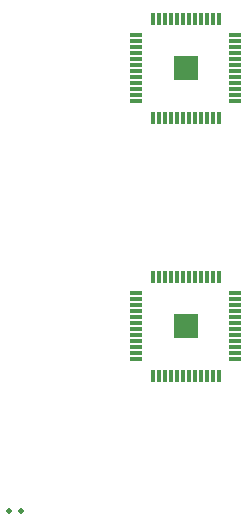
<source format=gbp>
G04 Layer_Color=128*
%FSLAX25Y25*%
%MOIN*%
G70*
G01*
G75*
%ADD97C,0.01969*%
%ADD114R,0.01200X0.04000*%
%ADD115R,0.04000X0.01200*%
%ADD116R,0.07874X0.07874*%
D97*
X1969Y-104500D02*
D03*
X-1969D02*
D03*
D114*
X46000Y26500D02*
D03*
X48000D02*
D03*
X50000D02*
D03*
X52000D02*
D03*
X54000D02*
D03*
X56000D02*
D03*
X58000D02*
D03*
X60000D02*
D03*
X62000D02*
D03*
X64000D02*
D03*
X66000D02*
D03*
X68000D02*
D03*
Y59500D02*
D03*
X66000D02*
D03*
X64000D02*
D03*
X62000D02*
D03*
X60000D02*
D03*
X58000D02*
D03*
X56000D02*
D03*
X54000D02*
D03*
X52000D02*
D03*
X50000D02*
D03*
X48000D02*
D03*
X46000D02*
D03*
X68000Y-26500D02*
D03*
X66000D02*
D03*
X64000D02*
D03*
X62000D02*
D03*
X60000D02*
D03*
X58000D02*
D03*
X56000D02*
D03*
X54000D02*
D03*
X52000D02*
D03*
X50000D02*
D03*
X48000D02*
D03*
X46000D02*
D03*
Y-59500D02*
D03*
X48000D02*
D03*
X50000D02*
D03*
X52000D02*
D03*
X54000D02*
D03*
X56000D02*
D03*
X58000D02*
D03*
X60000D02*
D03*
X62000D02*
D03*
X64000D02*
D03*
X66000D02*
D03*
X68000D02*
D03*
D115*
X73500Y32000D02*
D03*
Y34000D02*
D03*
Y36000D02*
D03*
Y38000D02*
D03*
Y40000D02*
D03*
Y42000D02*
D03*
Y44000D02*
D03*
Y46000D02*
D03*
Y48000D02*
D03*
Y50000D02*
D03*
Y52000D02*
D03*
Y54000D02*
D03*
X40500D02*
D03*
Y52000D02*
D03*
Y50000D02*
D03*
Y48000D02*
D03*
Y46000D02*
D03*
Y44000D02*
D03*
Y42000D02*
D03*
Y40000D02*
D03*
Y38000D02*
D03*
Y36000D02*
D03*
Y34000D02*
D03*
Y32000D02*
D03*
Y-32000D02*
D03*
Y-34000D02*
D03*
Y-36000D02*
D03*
Y-38000D02*
D03*
Y-40000D02*
D03*
Y-42000D02*
D03*
Y-44000D02*
D03*
Y-46000D02*
D03*
Y-48000D02*
D03*
Y-50000D02*
D03*
Y-52000D02*
D03*
Y-54000D02*
D03*
X73500D02*
D03*
Y-52000D02*
D03*
Y-50000D02*
D03*
Y-48000D02*
D03*
Y-46000D02*
D03*
Y-44000D02*
D03*
Y-42000D02*
D03*
Y-40000D02*
D03*
Y-38000D02*
D03*
Y-36000D02*
D03*
Y-34000D02*
D03*
Y-32000D02*
D03*
D116*
X57000Y43000D02*
D03*
Y-43000D02*
D03*
M02*

</source>
